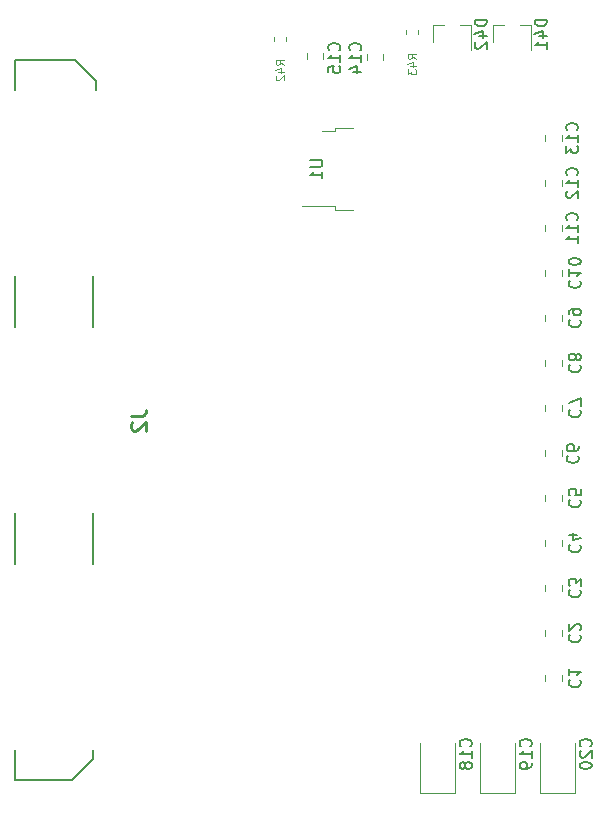
<source format=gbr>
G04 #@! TF.GenerationSoftware,KiCad,Pcbnew,5.0.1*
G04 #@! TF.CreationDate,2018-10-21T15:56:41-07:00*
G04 #@! TF.ProjectId,HSMC-GPIO-kicad,48534D432D4750494F2D6B696361642E,rev?*
G04 #@! TF.SameCoordinates,Original*
G04 #@! TF.FileFunction,Legend,Bot*
G04 #@! TF.FilePolarity,Positive*
%FSLAX46Y46*%
G04 Gerber Fmt 4.6, Leading zero omitted, Abs format (unit mm)*
G04 Created by KiCad (PCBNEW 5.0.1) date Sun 21 Oct 2018 03:56:41 PM PDT*
%MOMM*%
%LPD*%
G01*
G04 APERTURE LIST*
%ADD10C,0.120000*%
%ADD11C,0.150000*%
%ADD12C,0.254000*%
G04 APERTURE END LIST*
D10*
G04 #@! TO.C,D42*
X63190000Y-30990000D02*
X63190000Y-32450000D01*
X66350000Y-30990000D02*
X66350000Y-33150000D01*
X66350000Y-30990000D02*
X65420000Y-30990000D01*
X63190000Y-30990000D02*
X64120000Y-30990000D01*
G04 #@! TO.C,D41*
X68270000Y-30990000D02*
X68270000Y-32450000D01*
X71430000Y-30990000D02*
X71430000Y-33150000D01*
X71430000Y-30990000D02*
X70500000Y-30990000D01*
X68270000Y-30990000D02*
X69200000Y-30990000D01*
G04 #@! TO.C,U1*
X54875000Y-40000000D02*
X53775000Y-40000000D01*
X54875000Y-39730000D02*
X54875000Y-40000000D01*
X56375000Y-39730000D02*
X54875000Y-39730000D01*
X54875000Y-46360000D02*
X52045000Y-46360000D01*
X54875000Y-46630000D02*
X54875000Y-46360000D01*
X56375000Y-46630000D02*
X54875000Y-46630000D01*
G04 #@! TO.C,C14*
X58970000Y-33474922D02*
X58970000Y-33992078D01*
X57550000Y-33474922D02*
X57550000Y-33992078D01*
G04 #@! TO.C,C15*
X53890000Y-33396422D02*
X53890000Y-33913578D01*
X52470000Y-33396422D02*
X52470000Y-33913578D01*
G04 #@! TO.C,C1*
X74058710Y-86536278D02*
X74058710Y-86019122D01*
X72638710Y-86536278D02*
X72638710Y-86019122D01*
G04 #@! TO.C,C18*
X62059710Y-96010200D02*
X62059710Y-91800200D01*
X65079710Y-96010200D02*
X62059710Y-96010200D01*
X65079710Y-91800200D02*
X65079710Y-96010200D01*
G04 #@! TO.C,C20*
X72219710Y-96010200D02*
X72219710Y-91800200D01*
X75239710Y-96010200D02*
X72219710Y-96010200D01*
X75239710Y-91800200D02*
X75239710Y-96010200D01*
G04 #@! TO.C,C19*
X67139710Y-96010200D02*
X67139710Y-91800200D01*
X70159710Y-96010200D02*
X67139710Y-96010200D01*
X70159710Y-91800200D02*
X70159710Y-96010200D01*
G04 #@! TO.C,C13*
X72638710Y-40816278D02*
X72638710Y-40299122D01*
X74058710Y-40816278D02*
X74058710Y-40299122D01*
G04 #@! TO.C,C11*
X72638710Y-48436278D02*
X72638710Y-47919122D01*
X74058710Y-48436278D02*
X74058710Y-47919122D01*
G04 #@! TO.C,C12*
X74058710Y-44626278D02*
X74058710Y-44109122D01*
X72638710Y-44626278D02*
X72638710Y-44109122D01*
D11*
G04 #@! TO.C,J2*
X34671000Y-35763200D02*
X34671000Y-36525200D01*
X32893000Y-33985200D02*
X34671000Y-35763200D01*
X27813000Y-33985200D02*
X32893000Y-33985200D01*
X27813000Y-36525200D02*
X27813000Y-33985200D01*
X27813000Y-56591200D02*
X27813000Y-52273200D01*
X34417000Y-52273200D02*
X34417000Y-56591200D01*
X34417000Y-72339200D02*
X34417000Y-76657200D01*
X27813000Y-76657200D02*
X27813000Y-72339200D01*
X34417000Y-93167200D02*
X32639000Y-94945200D01*
X34417000Y-92405200D02*
X34417000Y-93167200D01*
X27813000Y-94945200D02*
X32639000Y-94945200D01*
X27813000Y-92405200D02*
X27813000Y-94945200D01*
D10*
G04 #@! TO.C,R42*
X49724710Y-32319279D02*
X49724710Y-31993721D01*
X50744710Y-32319279D02*
X50744710Y-31993721D01*
G04 #@! TO.C,R43*
X60900710Y-31751279D02*
X60900710Y-31425721D01*
X61920710Y-31751279D02*
X61920710Y-31425721D01*
G04 #@! TO.C,C6*
X74058710Y-67486278D02*
X74058710Y-66969122D01*
X72638710Y-67486278D02*
X72638710Y-66969122D01*
G04 #@! TO.C,C9*
X74058710Y-56056278D02*
X74058710Y-55539122D01*
X72638710Y-56056278D02*
X72638710Y-55539122D01*
G04 #@! TO.C,C3*
X74058710Y-78916278D02*
X74058710Y-78399122D01*
X72638710Y-78916278D02*
X72638710Y-78399122D01*
G04 #@! TO.C,C10*
X74058710Y-52246278D02*
X74058710Y-51729122D01*
X72638710Y-52246278D02*
X72638710Y-51729122D01*
G04 #@! TO.C,C7*
X74058710Y-63676278D02*
X74058710Y-63159122D01*
X72638710Y-63676278D02*
X72638710Y-63159122D01*
G04 #@! TO.C,C8*
X74058710Y-59866278D02*
X74058710Y-59349122D01*
X72638710Y-59866278D02*
X72638710Y-59349122D01*
G04 #@! TO.C,C4*
X74058710Y-75106278D02*
X74058710Y-74589122D01*
X72638710Y-75106278D02*
X72638710Y-74589122D01*
G04 #@! TO.C,C5*
X74058710Y-71296278D02*
X74058710Y-70779122D01*
X72638710Y-71296278D02*
X72638710Y-70779122D01*
G04 #@! TO.C,C2*
X74058710Y-82726278D02*
X74058710Y-82209122D01*
X72638710Y-82726278D02*
X72638710Y-82209122D01*
G04 #@! TO.C,D42*
D11*
X67722380Y-30535714D02*
X66722380Y-30535714D01*
X66722380Y-30773809D01*
X66770000Y-30916666D01*
X66865238Y-31011904D01*
X66960476Y-31059523D01*
X67150952Y-31107142D01*
X67293809Y-31107142D01*
X67484285Y-31059523D01*
X67579523Y-31011904D01*
X67674761Y-30916666D01*
X67722380Y-30773809D01*
X67722380Y-30535714D01*
X67055714Y-31964285D02*
X67722380Y-31964285D01*
X66674761Y-31726190D02*
X67389047Y-31488095D01*
X67389047Y-32107142D01*
X66817619Y-32440476D02*
X66770000Y-32488095D01*
X66722380Y-32583333D01*
X66722380Y-32821428D01*
X66770000Y-32916666D01*
X66817619Y-32964285D01*
X66912857Y-33011904D01*
X67008095Y-33011904D01*
X67150952Y-32964285D01*
X67722380Y-32392857D01*
X67722380Y-33011904D01*
G04 #@! TO.C,D41*
X72802380Y-30535714D02*
X71802380Y-30535714D01*
X71802380Y-30773809D01*
X71850000Y-30916666D01*
X71945238Y-31011904D01*
X72040476Y-31059523D01*
X72230952Y-31107142D01*
X72373809Y-31107142D01*
X72564285Y-31059523D01*
X72659523Y-31011904D01*
X72754761Y-30916666D01*
X72802380Y-30773809D01*
X72802380Y-30535714D01*
X72135714Y-31964285D02*
X72802380Y-31964285D01*
X71754761Y-31726190D02*
X72469047Y-31488095D01*
X72469047Y-32107142D01*
X72802380Y-33011904D02*
X72802380Y-32440476D01*
X72802380Y-32726190D02*
X71802380Y-32726190D01*
X71945238Y-32630952D01*
X72040476Y-32535714D01*
X72088095Y-32440476D01*
G04 #@! TO.C,U1*
X52792380Y-42418095D02*
X53601904Y-42418095D01*
X53697142Y-42465714D01*
X53744761Y-42513333D01*
X53792380Y-42608571D01*
X53792380Y-42799047D01*
X53744761Y-42894285D01*
X53697142Y-42941904D01*
X53601904Y-42989523D01*
X52792380Y-42989523D01*
X53792380Y-43989523D02*
X53792380Y-43418095D01*
X53792380Y-43703809D02*
X52792380Y-43703809D01*
X52935238Y-43608571D01*
X53030476Y-43513333D01*
X53078095Y-43418095D01*
G04 #@! TO.C,C14*
X56999142Y-33135342D02*
X57046761Y-33087723D01*
X57094380Y-32944866D01*
X57094380Y-32849628D01*
X57046761Y-32706771D01*
X56951523Y-32611533D01*
X56856285Y-32563914D01*
X56665809Y-32516295D01*
X56522952Y-32516295D01*
X56332476Y-32563914D01*
X56237238Y-32611533D01*
X56142000Y-32706771D01*
X56094380Y-32849628D01*
X56094380Y-32944866D01*
X56142000Y-33087723D01*
X56189619Y-33135342D01*
X57094380Y-34087723D02*
X57094380Y-33516295D01*
X57094380Y-33802009D02*
X56094380Y-33802009D01*
X56237238Y-33706771D01*
X56332476Y-33611533D01*
X56380095Y-33516295D01*
X56427714Y-34944866D02*
X57094380Y-34944866D01*
X56046761Y-34706771D02*
X56761047Y-34468676D01*
X56761047Y-35087723D01*
G04 #@! TO.C,C15*
X55221142Y-33139142D02*
X55268761Y-33091523D01*
X55316380Y-32948666D01*
X55316380Y-32853428D01*
X55268761Y-32710571D01*
X55173523Y-32615333D01*
X55078285Y-32567714D01*
X54887809Y-32520095D01*
X54744952Y-32520095D01*
X54554476Y-32567714D01*
X54459238Y-32615333D01*
X54364000Y-32710571D01*
X54316380Y-32853428D01*
X54316380Y-32948666D01*
X54364000Y-33091523D01*
X54411619Y-33139142D01*
X55316380Y-34091523D02*
X55316380Y-33520095D01*
X55316380Y-33805809D02*
X54316380Y-33805809D01*
X54459238Y-33710571D01*
X54554476Y-33615333D01*
X54602095Y-33520095D01*
X54316380Y-34996285D02*
X54316380Y-34520095D01*
X54792571Y-34472476D01*
X54744952Y-34520095D01*
X54697333Y-34615333D01*
X54697333Y-34853428D01*
X54744952Y-34948666D01*
X54792571Y-34996285D01*
X54887809Y-35043904D01*
X55125904Y-35043904D01*
X55221142Y-34996285D01*
X55268761Y-34948666D01*
X55316380Y-34853428D01*
X55316380Y-34615333D01*
X55268761Y-34520095D01*
X55221142Y-34472476D01*
G04 #@! TO.C,C1*
X74769567Y-86444366D02*
X74721948Y-86491985D01*
X74674329Y-86634842D01*
X74674329Y-86730080D01*
X74721948Y-86872938D01*
X74817186Y-86968176D01*
X74912424Y-87015795D01*
X75102900Y-87063414D01*
X75245757Y-87063414D01*
X75436233Y-87015795D01*
X75531471Y-86968176D01*
X75626710Y-86872938D01*
X75674329Y-86730080D01*
X75674329Y-86634842D01*
X75626710Y-86491985D01*
X75579090Y-86444366D01*
X74674329Y-85491985D02*
X74674329Y-86063414D01*
X74674329Y-85777700D02*
X75674329Y-85777700D01*
X75531471Y-85872938D01*
X75436233Y-85968176D01*
X75388614Y-86063414D01*
G04 #@! TO.C,C18*
X66339852Y-92063342D02*
X66387471Y-92015723D01*
X66435090Y-91872866D01*
X66435090Y-91777628D01*
X66387471Y-91634771D01*
X66292233Y-91539533D01*
X66196995Y-91491914D01*
X66006519Y-91444295D01*
X65863662Y-91444295D01*
X65673186Y-91491914D01*
X65577948Y-91539533D01*
X65482710Y-91634771D01*
X65435090Y-91777628D01*
X65435090Y-91872866D01*
X65482710Y-92015723D01*
X65530329Y-92063342D01*
X66435090Y-93015723D02*
X66435090Y-92444295D01*
X66435090Y-92730009D02*
X65435090Y-92730009D01*
X65577948Y-92634771D01*
X65673186Y-92539533D01*
X65720805Y-92444295D01*
X65863662Y-93587152D02*
X65816043Y-93491914D01*
X65768424Y-93444295D01*
X65673186Y-93396676D01*
X65625567Y-93396676D01*
X65530329Y-93444295D01*
X65482710Y-93491914D01*
X65435090Y-93587152D01*
X65435090Y-93777628D01*
X65482710Y-93872866D01*
X65530329Y-93920485D01*
X65625567Y-93968104D01*
X65673186Y-93968104D01*
X65768424Y-93920485D01*
X65816043Y-93872866D01*
X65863662Y-93777628D01*
X65863662Y-93587152D01*
X65911281Y-93491914D01*
X65958900Y-93444295D01*
X66054138Y-93396676D01*
X66244614Y-93396676D01*
X66339852Y-93444295D01*
X66387471Y-93491914D01*
X66435090Y-93587152D01*
X66435090Y-93777628D01*
X66387471Y-93872866D01*
X66339852Y-93920485D01*
X66244614Y-93968104D01*
X66054138Y-93968104D01*
X65958900Y-93920485D01*
X65911281Y-93872866D01*
X65863662Y-93777628D01*
G04 #@! TO.C,C20*
X76499852Y-92063342D02*
X76547471Y-92015723D01*
X76595090Y-91872866D01*
X76595090Y-91777628D01*
X76547471Y-91634771D01*
X76452233Y-91539533D01*
X76356995Y-91491914D01*
X76166519Y-91444295D01*
X76023662Y-91444295D01*
X75833186Y-91491914D01*
X75737948Y-91539533D01*
X75642710Y-91634771D01*
X75595090Y-91777628D01*
X75595090Y-91872866D01*
X75642710Y-92015723D01*
X75690329Y-92063342D01*
X75690329Y-92444295D02*
X75642710Y-92491914D01*
X75595090Y-92587152D01*
X75595090Y-92825247D01*
X75642710Y-92920485D01*
X75690329Y-92968104D01*
X75785567Y-93015723D01*
X75880805Y-93015723D01*
X76023662Y-92968104D01*
X76595090Y-92396676D01*
X76595090Y-93015723D01*
X75595090Y-93634771D02*
X75595090Y-93730009D01*
X75642710Y-93825247D01*
X75690329Y-93872866D01*
X75785567Y-93920485D01*
X75976043Y-93968104D01*
X76214138Y-93968104D01*
X76404614Y-93920485D01*
X76499852Y-93872866D01*
X76547471Y-93825247D01*
X76595090Y-93730009D01*
X76595090Y-93634771D01*
X76547471Y-93539533D01*
X76499852Y-93491914D01*
X76404614Y-93444295D01*
X76214138Y-93396676D01*
X75976043Y-93396676D01*
X75785567Y-93444295D01*
X75690329Y-93491914D01*
X75642710Y-93539533D01*
X75595090Y-93634771D01*
G04 #@! TO.C,C19*
X71419852Y-92063342D02*
X71467471Y-92015723D01*
X71515090Y-91872866D01*
X71515090Y-91777628D01*
X71467471Y-91634771D01*
X71372233Y-91539533D01*
X71276995Y-91491914D01*
X71086519Y-91444295D01*
X70943662Y-91444295D01*
X70753186Y-91491914D01*
X70657948Y-91539533D01*
X70562710Y-91634771D01*
X70515090Y-91777628D01*
X70515090Y-91872866D01*
X70562710Y-92015723D01*
X70610329Y-92063342D01*
X71515090Y-93015723D02*
X71515090Y-92444295D01*
X71515090Y-92730009D02*
X70515090Y-92730009D01*
X70657948Y-92634771D01*
X70753186Y-92539533D01*
X70800805Y-92444295D01*
X71515090Y-93491914D02*
X71515090Y-93682390D01*
X71467471Y-93777628D01*
X71419852Y-93825247D01*
X71276995Y-93920485D01*
X71086519Y-93968104D01*
X70705567Y-93968104D01*
X70610329Y-93920485D01*
X70562710Y-93872866D01*
X70515090Y-93777628D01*
X70515090Y-93587152D01*
X70562710Y-93491914D01*
X70610329Y-93444295D01*
X70705567Y-93396676D01*
X70943662Y-93396676D01*
X71038900Y-93444295D01*
X71086519Y-93491914D01*
X71134138Y-93587152D01*
X71134138Y-93777628D01*
X71086519Y-93872866D01*
X71038900Y-93920485D01*
X70943662Y-93968104D01*
G04 #@! TO.C,C13*
X75355852Y-39914842D02*
X75403471Y-39867223D01*
X75451090Y-39724366D01*
X75451090Y-39629128D01*
X75403471Y-39486271D01*
X75308233Y-39391033D01*
X75212995Y-39343414D01*
X75022519Y-39295795D01*
X74879662Y-39295795D01*
X74689186Y-39343414D01*
X74593948Y-39391033D01*
X74498710Y-39486271D01*
X74451090Y-39629128D01*
X74451090Y-39724366D01*
X74498710Y-39867223D01*
X74546329Y-39914842D01*
X75451090Y-40867223D02*
X75451090Y-40295795D01*
X75451090Y-40581509D02*
X74451090Y-40581509D01*
X74593948Y-40486271D01*
X74689186Y-40391033D01*
X74736805Y-40295795D01*
X74451090Y-41200557D02*
X74451090Y-41819604D01*
X74832043Y-41486271D01*
X74832043Y-41629128D01*
X74879662Y-41724366D01*
X74927281Y-41771985D01*
X75022519Y-41819604D01*
X75260614Y-41819604D01*
X75355852Y-41771985D01*
X75403471Y-41724366D01*
X75451090Y-41629128D01*
X75451090Y-41343414D01*
X75403471Y-41248176D01*
X75355852Y-41200557D01*
G04 #@! TO.C,C11*
X75355852Y-47534842D02*
X75403471Y-47487223D01*
X75451090Y-47344366D01*
X75451090Y-47249128D01*
X75403471Y-47106271D01*
X75308233Y-47011033D01*
X75212995Y-46963414D01*
X75022519Y-46915795D01*
X74879662Y-46915795D01*
X74689186Y-46963414D01*
X74593948Y-47011033D01*
X74498710Y-47106271D01*
X74451090Y-47249128D01*
X74451090Y-47344366D01*
X74498710Y-47487223D01*
X74546329Y-47534842D01*
X75451090Y-48487223D02*
X75451090Y-47915795D01*
X75451090Y-48201509D02*
X74451090Y-48201509D01*
X74593948Y-48106271D01*
X74689186Y-48011033D01*
X74736805Y-47915795D01*
X75451090Y-49439604D02*
X75451090Y-48868176D01*
X75451090Y-49153890D02*
X74451090Y-49153890D01*
X74593948Y-49058652D01*
X74689186Y-48963414D01*
X74736805Y-48868176D01*
G04 #@! TO.C,C12*
X75355852Y-43724842D02*
X75403471Y-43677223D01*
X75451090Y-43534366D01*
X75451090Y-43439128D01*
X75403471Y-43296271D01*
X75308233Y-43201033D01*
X75212995Y-43153414D01*
X75022519Y-43105795D01*
X74879662Y-43105795D01*
X74689186Y-43153414D01*
X74593948Y-43201033D01*
X74498710Y-43296271D01*
X74451090Y-43439128D01*
X74451090Y-43534366D01*
X74498710Y-43677223D01*
X74546329Y-43724842D01*
X75451090Y-44677223D02*
X75451090Y-44105795D01*
X75451090Y-44391509D02*
X74451090Y-44391509D01*
X74593948Y-44296271D01*
X74689186Y-44201033D01*
X74736805Y-44105795D01*
X74546329Y-45058176D02*
X74498710Y-45105795D01*
X74451090Y-45201033D01*
X74451090Y-45439128D01*
X74498710Y-45534366D01*
X74546329Y-45581985D01*
X74641567Y-45629604D01*
X74736805Y-45629604D01*
X74879662Y-45581985D01*
X75451090Y-45010557D01*
X75451090Y-45629604D01*
G04 #@! TO.C,J2*
D12*
X37601233Y-64088866D02*
X38508376Y-64088866D01*
X38689805Y-64028390D01*
X38810757Y-63907438D01*
X38871233Y-63726009D01*
X38871233Y-63605057D01*
X37722186Y-64633152D02*
X37661710Y-64693628D01*
X37601233Y-64814580D01*
X37601233Y-65116961D01*
X37661710Y-65237914D01*
X37722186Y-65298390D01*
X37843138Y-65358866D01*
X37964090Y-65358866D01*
X38145519Y-65298390D01*
X38871233Y-64572676D01*
X38871233Y-65358866D01*
G04 #@! TO.C,R42*
D10*
X50551376Y-34348000D02*
X50218043Y-34114666D01*
X50551376Y-33948000D02*
X49851376Y-33948000D01*
X49851376Y-34214666D01*
X49884710Y-34281333D01*
X49918043Y-34314666D01*
X49984710Y-34348000D01*
X50084710Y-34348000D01*
X50151376Y-34314666D01*
X50184710Y-34281333D01*
X50218043Y-34214666D01*
X50218043Y-33948000D01*
X50084710Y-34948000D02*
X50551376Y-34948000D01*
X49818043Y-34781333D02*
X50318043Y-34614666D01*
X50318043Y-35048000D01*
X49918043Y-35281333D02*
X49884710Y-35314666D01*
X49851376Y-35381333D01*
X49851376Y-35548000D01*
X49884710Y-35614666D01*
X49918043Y-35648000D01*
X49984710Y-35681333D01*
X50051376Y-35681333D01*
X50151376Y-35648000D01*
X50551376Y-35248000D01*
X50551376Y-35681333D01*
G04 #@! TO.C,R43*
X61727376Y-33840000D02*
X61394043Y-33606666D01*
X61727376Y-33440000D02*
X61027376Y-33440000D01*
X61027376Y-33706666D01*
X61060710Y-33773333D01*
X61094043Y-33806666D01*
X61160710Y-33840000D01*
X61260710Y-33840000D01*
X61327376Y-33806666D01*
X61360710Y-33773333D01*
X61394043Y-33706666D01*
X61394043Y-33440000D01*
X61260710Y-34440000D02*
X61727376Y-34440000D01*
X60994043Y-34273333D02*
X61494043Y-34106666D01*
X61494043Y-34540000D01*
X61027376Y-34740000D02*
X61027376Y-35173333D01*
X61294043Y-34940000D01*
X61294043Y-35040000D01*
X61327376Y-35106666D01*
X61360710Y-35140000D01*
X61427376Y-35173333D01*
X61594043Y-35173333D01*
X61660710Y-35140000D01*
X61694043Y-35106666D01*
X61727376Y-35040000D01*
X61727376Y-34840000D01*
X61694043Y-34773333D01*
X61660710Y-34740000D01*
G04 #@! TO.C,C6*
D11*
X74601277Y-67460066D02*
X74553658Y-67507685D01*
X74506039Y-67650542D01*
X74506039Y-67745780D01*
X74553658Y-67888638D01*
X74648896Y-67983876D01*
X74744134Y-68031495D01*
X74934610Y-68079114D01*
X75077467Y-68079114D01*
X75267943Y-68031495D01*
X75363181Y-67983876D01*
X75458420Y-67888638D01*
X75506039Y-67745780D01*
X75506039Y-67650542D01*
X75458420Y-67507685D01*
X75410800Y-67460066D01*
X75506039Y-66602923D02*
X75506039Y-66793400D01*
X75458420Y-66888638D01*
X75410800Y-66936257D01*
X75267943Y-67031495D01*
X75077467Y-67079114D01*
X74696515Y-67079114D01*
X74601277Y-67031495D01*
X74553658Y-66983876D01*
X74506039Y-66888638D01*
X74506039Y-66698161D01*
X74553658Y-66602923D01*
X74601277Y-66555304D01*
X74696515Y-66507685D01*
X74934610Y-66507685D01*
X75029848Y-66555304D01*
X75077467Y-66602923D01*
X75125086Y-66698161D01*
X75125086Y-66888638D01*
X75077467Y-66983876D01*
X75029848Y-67031495D01*
X74934610Y-67079114D01*
G04 #@! TO.C,C9*
X74769567Y-55964366D02*
X74721948Y-56011985D01*
X74674329Y-56154842D01*
X74674329Y-56250080D01*
X74721948Y-56392938D01*
X74817186Y-56488176D01*
X74912424Y-56535795D01*
X75102900Y-56583414D01*
X75245757Y-56583414D01*
X75436233Y-56535795D01*
X75531471Y-56488176D01*
X75626710Y-56392938D01*
X75674329Y-56250080D01*
X75674329Y-56154842D01*
X75626710Y-56011985D01*
X75579090Y-55964366D01*
X74674329Y-55488176D02*
X74674329Y-55297700D01*
X74721948Y-55202461D01*
X74769567Y-55154842D01*
X74912424Y-55059604D01*
X75102900Y-55011985D01*
X75483852Y-55011985D01*
X75579090Y-55059604D01*
X75626710Y-55107223D01*
X75674329Y-55202461D01*
X75674329Y-55392938D01*
X75626710Y-55488176D01*
X75579090Y-55535795D01*
X75483852Y-55583414D01*
X75245757Y-55583414D01*
X75150519Y-55535795D01*
X75102900Y-55488176D01*
X75055281Y-55392938D01*
X75055281Y-55202461D01*
X75102900Y-55107223D01*
X75150519Y-55059604D01*
X75245757Y-55011985D01*
G04 #@! TO.C,C3*
X74769567Y-78824366D02*
X74721948Y-78871985D01*
X74674329Y-79014842D01*
X74674329Y-79110080D01*
X74721948Y-79252938D01*
X74817186Y-79348176D01*
X74912424Y-79395795D01*
X75102900Y-79443414D01*
X75245757Y-79443414D01*
X75436233Y-79395795D01*
X75531471Y-79348176D01*
X75626710Y-79252938D01*
X75674329Y-79110080D01*
X75674329Y-79014842D01*
X75626710Y-78871985D01*
X75579090Y-78824366D01*
X75674329Y-78491033D02*
X75674329Y-77871985D01*
X75293376Y-78205319D01*
X75293376Y-78062461D01*
X75245757Y-77967223D01*
X75198138Y-77919604D01*
X75102900Y-77871985D01*
X74864805Y-77871985D01*
X74769567Y-77919604D01*
X74721948Y-77967223D01*
X74674329Y-78062461D01*
X74674329Y-78348176D01*
X74721948Y-78443414D01*
X74769567Y-78491033D01*
G04 #@! TO.C,C10*
X74769567Y-52630557D02*
X74721948Y-52678176D01*
X74674329Y-52821033D01*
X74674329Y-52916271D01*
X74721948Y-53059128D01*
X74817186Y-53154366D01*
X74912424Y-53201985D01*
X75102900Y-53249604D01*
X75245757Y-53249604D01*
X75436233Y-53201985D01*
X75531471Y-53154366D01*
X75626710Y-53059128D01*
X75674329Y-52916271D01*
X75674329Y-52821033D01*
X75626710Y-52678176D01*
X75579090Y-52630557D01*
X74674329Y-51678176D02*
X74674329Y-52249604D01*
X74674329Y-51963890D02*
X75674329Y-51963890D01*
X75531471Y-52059128D01*
X75436233Y-52154366D01*
X75388614Y-52249604D01*
X75674329Y-51059128D02*
X75674329Y-50963890D01*
X75626710Y-50868652D01*
X75579090Y-50821033D01*
X75483852Y-50773414D01*
X75293376Y-50725795D01*
X75055281Y-50725795D01*
X74864805Y-50773414D01*
X74769567Y-50821033D01*
X74721948Y-50868652D01*
X74674329Y-50963890D01*
X74674329Y-51059128D01*
X74721948Y-51154366D01*
X74769567Y-51201985D01*
X74864805Y-51249604D01*
X75055281Y-51297223D01*
X75293376Y-51297223D01*
X75483852Y-51249604D01*
X75579090Y-51201985D01*
X75626710Y-51154366D01*
X75674329Y-51059128D01*
G04 #@! TO.C,C7*
X74769567Y-63584366D02*
X74721948Y-63631985D01*
X74674329Y-63774842D01*
X74674329Y-63870080D01*
X74721948Y-64012938D01*
X74817186Y-64108176D01*
X74912424Y-64155795D01*
X75102900Y-64203414D01*
X75245757Y-64203414D01*
X75436233Y-64155795D01*
X75531471Y-64108176D01*
X75626710Y-64012938D01*
X75674329Y-63870080D01*
X75674329Y-63774842D01*
X75626710Y-63631985D01*
X75579090Y-63584366D01*
X75674329Y-63251033D02*
X75674329Y-62584366D01*
X74674329Y-63012938D01*
G04 #@! TO.C,C8*
X74769567Y-59774366D02*
X74721948Y-59821985D01*
X74674329Y-59964842D01*
X74674329Y-60060080D01*
X74721948Y-60202938D01*
X74817186Y-60298176D01*
X74912424Y-60345795D01*
X75102900Y-60393414D01*
X75245757Y-60393414D01*
X75436233Y-60345795D01*
X75531471Y-60298176D01*
X75626710Y-60202938D01*
X75674329Y-60060080D01*
X75674329Y-59964842D01*
X75626710Y-59821985D01*
X75579090Y-59774366D01*
X75245757Y-59202938D02*
X75293376Y-59298176D01*
X75340995Y-59345795D01*
X75436233Y-59393414D01*
X75483852Y-59393414D01*
X75579090Y-59345795D01*
X75626710Y-59298176D01*
X75674329Y-59202938D01*
X75674329Y-59012461D01*
X75626710Y-58917223D01*
X75579090Y-58869604D01*
X75483852Y-58821985D01*
X75436233Y-58821985D01*
X75340995Y-58869604D01*
X75293376Y-58917223D01*
X75245757Y-59012461D01*
X75245757Y-59202938D01*
X75198138Y-59298176D01*
X75150519Y-59345795D01*
X75055281Y-59393414D01*
X74864805Y-59393414D01*
X74769567Y-59345795D01*
X74721948Y-59298176D01*
X74674329Y-59202938D01*
X74674329Y-59012461D01*
X74721948Y-58917223D01*
X74769567Y-58869604D01*
X74864805Y-58821985D01*
X75055281Y-58821985D01*
X75150519Y-58869604D01*
X75198138Y-58917223D01*
X75245757Y-59012461D01*
G04 #@! TO.C,C4*
X74769567Y-75014366D02*
X74721948Y-75061985D01*
X74674329Y-75204842D01*
X74674329Y-75300080D01*
X74721948Y-75442938D01*
X74817186Y-75538176D01*
X74912424Y-75585795D01*
X75102900Y-75633414D01*
X75245757Y-75633414D01*
X75436233Y-75585795D01*
X75531471Y-75538176D01*
X75626710Y-75442938D01*
X75674329Y-75300080D01*
X75674329Y-75204842D01*
X75626710Y-75061985D01*
X75579090Y-75014366D01*
X75340995Y-74157223D02*
X74674329Y-74157223D01*
X75721948Y-74395319D02*
X75007662Y-74633414D01*
X75007662Y-74014366D01*
G04 #@! TO.C,C5*
X74769567Y-71204366D02*
X74721948Y-71251985D01*
X74674329Y-71394842D01*
X74674329Y-71490080D01*
X74721948Y-71632938D01*
X74817186Y-71728176D01*
X74912424Y-71775795D01*
X75102900Y-71823414D01*
X75245757Y-71823414D01*
X75436233Y-71775795D01*
X75531471Y-71728176D01*
X75626710Y-71632938D01*
X75674329Y-71490080D01*
X75674329Y-71394842D01*
X75626710Y-71251985D01*
X75579090Y-71204366D01*
X75674329Y-70299604D02*
X75674329Y-70775795D01*
X75198138Y-70823414D01*
X75245757Y-70775795D01*
X75293376Y-70680557D01*
X75293376Y-70442461D01*
X75245757Y-70347223D01*
X75198138Y-70299604D01*
X75102900Y-70251985D01*
X74864805Y-70251985D01*
X74769567Y-70299604D01*
X74721948Y-70347223D01*
X74674329Y-70442461D01*
X74674329Y-70680557D01*
X74721948Y-70775795D01*
X74769567Y-70823414D01*
G04 #@! TO.C,C2*
X74769567Y-82634366D02*
X74721948Y-82681985D01*
X74674329Y-82824842D01*
X74674329Y-82920080D01*
X74721948Y-83062938D01*
X74817186Y-83158176D01*
X74912424Y-83205795D01*
X75102900Y-83253414D01*
X75245757Y-83253414D01*
X75436233Y-83205795D01*
X75531471Y-83158176D01*
X75626710Y-83062938D01*
X75674329Y-82920080D01*
X75674329Y-82824842D01*
X75626710Y-82681985D01*
X75579090Y-82634366D01*
X75579090Y-82253414D02*
X75626710Y-82205795D01*
X75674329Y-82110557D01*
X75674329Y-81872461D01*
X75626710Y-81777223D01*
X75579090Y-81729604D01*
X75483852Y-81681985D01*
X75388614Y-81681985D01*
X75245757Y-81729604D01*
X74674329Y-82301033D01*
X74674329Y-81681985D01*
G04 #@! TD*
M02*

</source>
